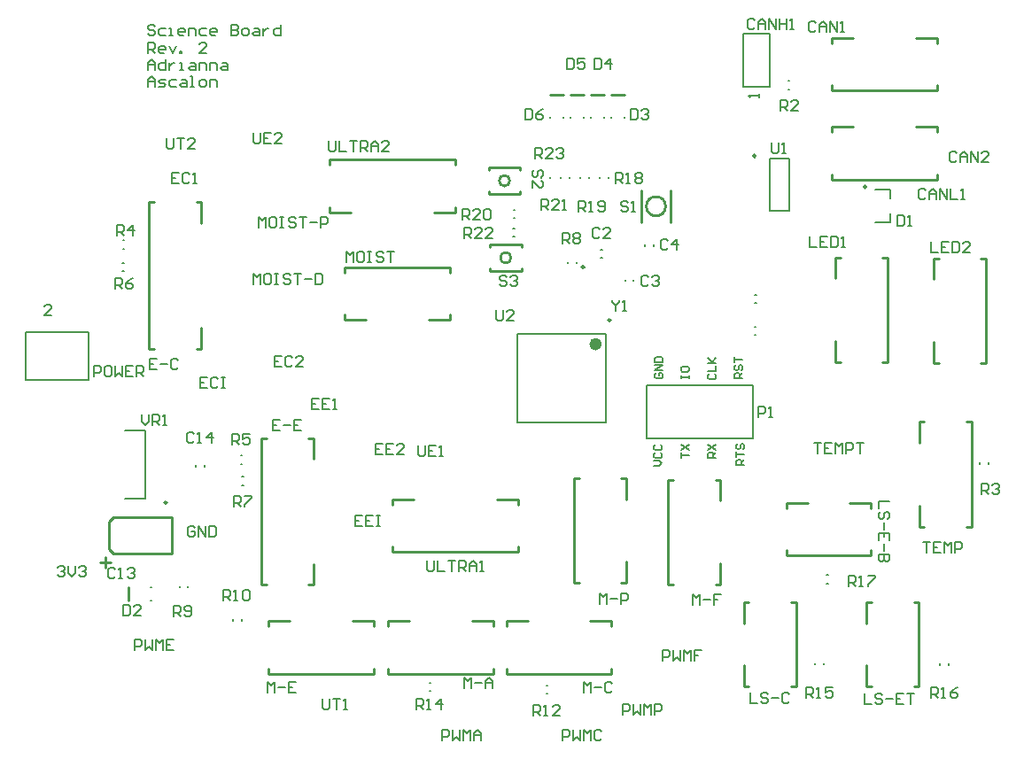
<source format=gto>
G04*
G04 #@! TF.GenerationSoftware,Altium Limited,Altium Designer,18.1.7 (191)*
G04*
G04 Layer_Color=65535*
%FSLAX25Y25*%
%MOIN*%
G70*
G01*
G75*
%ADD10C,0.00984*%
%ADD11C,0.02362*%
%ADD12C,0.01000*%
%ADD13C,0.00787*%
%ADD14C,0.00984*%
%ADD15C,0.00700*%
%ADD16C,0.00500*%
D10*
X198507Y212000D02*
G03*
X198507Y212000I-2008J0D01*
G01*
X290543Y250346D02*
G03*
X290543Y250346I-492J0D01*
G01*
X332185Y238685D02*
G03*
X332185Y238685I-492J0D01*
G01*
X198008Y241000D02*
G03*
X198008Y241000I-2008J0D01*
G01*
X68976Y119880D02*
G03*
X68976Y119880I-492J0D01*
G01*
X226052Y208475D02*
G03*
X226052Y208475I-492J0D01*
G01*
X236012Y188542D02*
G03*
X236012Y188542I-492J0D01*
G01*
D11*
X231476Y179487D02*
G03*
X231476Y179487I-1181J0D01*
G01*
D12*
X256665Y231377D02*
G03*
X256665Y231377I-3630J0D01*
G01*
X43764Y97500D02*
X47764D01*
X45689Y95500D02*
Y99500D01*
X47189Y112618D02*
X48764Y114193D01*
X47189Y102382D02*
X48764Y100807D01*
X47189Y102382D02*
Y112618D01*
X71008Y100807D02*
Y114193D01*
X48764Y100807D02*
X71008D01*
X48764Y114193D02*
X71008D01*
X190594Y216921D02*
X202406D01*
Y216094D02*
Y216921D01*
X190594Y216094D02*
Y216921D01*
X202406Y207079D02*
Y207906D01*
X190594Y207079D02*
Y207906D01*
Y207079D02*
X202406D01*
X54500Y82885D02*
Y87885D01*
X190094Y245921D02*
X201905D01*
Y245094D02*
Y245921D01*
X190094Y245094D02*
Y245921D01*
X201905Y236079D02*
Y236905D01*
X190094Y236079D02*
Y236905D01*
Y236079D02*
X201905D01*
X220903Y273332D02*
X225903D01*
X228602D02*
X233602D01*
X236301D02*
X241301D01*
X213205D02*
X218205D01*
X258547Y225373D02*
Y237381D01*
X247524Y225373D02*
Y237381D01*
D13*
X290154Y186075D02*
X290547D01*
X290154Y182925D02*
X290547D01*
X290303Y198075D02*
X290697D01*
X290303Y194925D02*
X290697D01*
X167803Y52075D02*
X168197D01*
X167803Y48925D02*
X168197D01*
X211803Y51075D02*
X212197D01*
X211803Y47925D02*
X212197D01*
X93925Y75453D02*
Y75846D01*
X97075Y75453D02*
Y75846D01*
X199303Y219925D02*
X199697D01*
X199303Y223075D02*
X199697D01*
X96803Y137575D02*
X97197D01*
X96803Y134425D02*
X97197D01*
X97303Y129575D02*
X97697D01*
X97303Y126425D02*
X97697D01*
X52303Y206925D02*
X52697D01*
X52303Y210075D02*
X52697D01*
X52453Y215425D02*
X52846D01*
X52453Y218575D02*
X52846D01*
X295957Y229658D02*
X303043D01*
X295957Y249342D02*
X303043D01*
Y229658D02*
Y249342D01*
X295957Y229658D02*
Y249342D01*
X62799Y82924D02*
X63201D01*
X62799Y87845D02*
X63201D01*
X302803Y275425D02*
X303197D01*
X302803Y278575D02*
X303197D01*
X341043Y225398D02*
Y228646D01*
X335532Y225398D02*
X341043D01*
Y234354D02*
Y237602D01*
X335532D02*
X341043D01*
X39374Y166142D02*
Y183858D01*
X15752Y166142D02*
X39374D01*
X15752D02*
Y183858D01*
X39374D01*
X359925Y58803D02*
Y59197D01*
X363075Y58803D02*
Y59197D01*
X316075Y58953D02*
Y59346D01*
X312925Y58953D02*
Y59346D01*
X374925Y134453D02*
Y134846D01*
X378075Y134453D02*
Y134846D01*
X317303Y89425D02*
X317697D01*
X317303Y92575D02*
X317697D01*
X289394Y144119D02*
Y164119D01*
X249394D02*
X289394D01*
X249394Y144119D02*
Y164119D01*
Y144119D02*
X289394D01*
X199453Y226925D02*
X199846D01*
X199453Y230075D02*
X199846D01*
X223075Y209995D02*
Y210388D01*
X219925Y209995D02*
Y210388D01*
X241398Y203341D02*
Y203735D01*
X244547Y203341D02*
Y203735D01*
X248925Y216494D02*
Y216888D01*
X252075Y216494D02*
Y216888D01*
X225864Y264631D02*
Y265033D01*
X220943Y264631D02*
Y265033D01*
X233563Y264631D02*
Y265033D01*
X228641Y264631D02*
Y265033D01*
X241261Y264631D02*
Y265033D01*
X236340Y264631D02*
Y265033D01*
X218165Y264631D02*
Y265033D01*
X213244Y264631D02*
Y265033D01*
X224639Y242006D02*
Y242400D01*
X227789Y242006D02*
Y242400D01*
X217306Y242006D02*
Y242400D01*
X220455Y242006D02*
Y242400D01*
X231972Y242006D02*
Y242400D01*
X235122Y242006D02*
Y242400D01*
X209972Y242006D02*
Y242400D01*
X213122Y242006D02*
Y242400D01*
X296000Y276500D02*
Y296500D01*
X286000D02*
X296000D01*
X286000Y276500D02*
Y296500D01*
Y276500D02*
X296000D01*
X53024Y147065D02*
X60827D01*
Y121317D02*
Y147065D01*
X53024Y121317D02*
X60827D01*
X232303Y215117D02*
X232697D01*
X232303Y211967D02*
X232697D01*
X200768Y183423D02*
X234232D01*
X200768Y149959D02*
X234232D01*
Y183423D01*
X200768Y149959D02*
Y183423D01*
X76981Y88042D02*
Y88436D01*
X73831Y88042D02*
Y88436D01*
X79925Y133494D02*
Y133888D01*
X83075Y133494D02*
Y133888D01*
D14*
X357516Y172441D02*
Y180315D01*
Y172441D02*
X359484D01*
X375232D02*
X377201D01*
Y211811D01*
X375232D02*
X377201D01*
X357516D02*
X359484D01*
X357516Y203937D02*
Y211811D01*
X320516Y204185D02*
Y212059D01*
X322484D01*
X338232D02*
X340201D01*
Y172689D02*
Y212059D01*
X338232Y172689D02*
X340201D01*
X320516D02*
X322484D01*
X320516D02*
Y180563D01*
X124185Y88941D02*
Y96815D01*
X122217Y88941D02*
X124185D01*
X104500D02*
X106469D01*
X104500D02*
Y144059D01*
X106469D01*
X122217D02*
X124185D01*
Y136185D02*
Y144059D01*
X183811Y75185D02*
X191685D01*
Y73217D02*
Y75185D01*
Y55500D02*
Y57469D01*
X152315Y55500D02*
X191685D01*
X152315D02*
Y57469D01*
Y73217D02*
Y75185D01*
X160189D01*
X135992Y188658D02*
X143866D01*
X135992D02*
Y190626D01*
Y206374D02*
Y208343D01*
X175362D01*
Y206374D02*
Y208343D01*
Y188658D02*
Y190626D01*
X167488Y188658D02*
X175362D01*
X130138Y229158D02*
X138012D01*
X130138D02*
Y231126D01*
Y246874D02*
Y248843D01*
X177382D01*
Y246874D02*
Y248843D01*
Y229158D02*
Y231126D01*
X169508Y229158D02*
X177382D01*
X196815Y75185D02*
X204689D01*
X196815Y73217D02*
Y75185D01*
Y55500D02*
Y57469D01*
Y55500D02*
X236185D01*
Y57469D01*
Y73217D02*
Y75185D01*
X228311D02*
X236185D01*
X350811Y261185D02*
X358685D01*
Y259217D02*
Y261185D01*
Y241500D02*
Y243469D01*
X319315Y241500D02*
X358685D01*
X319315D02*
Y243469D01*
Y259217D02*
Y261185D01*
X327189D01*
X107315Y75185D02*
X115189D01*
X107315Y73217D02*
Y75185D01*
Y55500D02*
Y57469D01*
Y55500D02*
X146685D01*
Y57469D01*
Y73217D02*
Y75185D01*
X138811D02*
X146685D01*
X81984Y177815D02*
Y185689D01*
X80016Y177815D02*
X81984D01*
X62299D02*
X64268D01*
X62299D02*
Y232933D01*
X64268D01*
X80016D02*
X81984D01*
Y225059D02*
Y232933D01*
X277342Y120634D02*
Y128508D01*
X275374D02*
X277342D01*
X257657D02*
X259626D01*
X257657Y89138D02*
Y128508D01*
Y89138D02*
X259626D01*
X275374D02*
X277342D01*
Y97012D01*
X352016Y110815D02*
Y118689D01*
Y110815D02*
X353984D01*
X369732D02*
X371701D01*
Y150185D01*
X369732D02*
X371701D01*
X352016D02*
X353984D01*
X352016Y142311D02*
Y150185D01*
X286016Y50689D02*
Y58563D01*
Y50689D02*
X287984D01*
X286016Y74311D02*
Y82185D01*
X287984D01*
X303732D02*
X305701D01*
X303732Y50689D02*
X305701D01*
Y82185D01*
X302252Y119685D02*
X310126D01*
X302252Y117717D02*
Y119685D01*
X325874D02*
X333748D01*
Y117717D02*
Y119685D01*
Y100000D02*
Y101969D01*
X302252Y100000D02*
Y101969D01*
Y100000D02*
X333748D01*
X332315Y50689D02*
Y58563D01*
Y50689D02*
X334283D01*
X332315Y74311D02*
Y82185D01*
X334283D01*
X350031D02*
X352000D01*
X350031Y50689D02*
X352000D01*
Y82185D01*
X241953Y89638D02*
Y97512D01*
X239985Y89638D02*
X241953D01*
X222268D02*
X224237D01*
X222268D02*
Y129008D01*
X224237D01*
X239985D02*
X241953D01*
Y121134D02*
Y129008D01*
X193185Y120984D02*
X201059D01*
Y119016D02*
Y120984D01*
Y101299D02*
Y103268D01*
X153815Y101299D02*
X201059D01*
X153815D02*
Y103268D01*
Y119016D02*
Y120984D01*
X161689D01*
X350811Y294685D02*
X358685D01*
Y292717D02*
Y294685D01*
Y275000D02*
Y276969D01*
X319315Y275000D02*
X358685D01*
X319315D02*
Y276969D01*
Y292717D02*
Y294685D01*
X327189D01*
D15*
X64366Y298968D02*
X63699Y299634D01*
X62366D01*
X61700Y298968D01*
Y298301D01*
X62366Y297635D01*
X63699D01*
X64366Y296968D01*
Y296302D01*
X63699Y295635D01*
X62366D01*
X61700Y296302D01*
X68365Y298301D02*
X66365D01*
X65699Y297635D01*
Y296302D01*
X66365Y295635D01*
X68365D01*
X69697D02*
X71030D01*
X70364D01*
Y298301D01*
X69697D01*
X75029Y295635D02*
X73696D01*
X73030Y296302D01*
Y297635D01*
X73696Y298301D01*
X75029D01*
X75696Y297635D01*
Y296968D01*
X73030D01*
X77028Y295635D02*
Y298301D01*
X79028D01*
X79694Y297635D01*
Y295635D01*
X83693Y298301D02*
X81694D01*
X81027Y297635D01*
Y296302D01*
X81694Y295635D01*
X83693D01*
X87025D02*
X85692D01*
X85026Y296302D01*
Y297635D01*
X85692Y298301D01*
X87025D01*
X87692Y297635D01*
Y296968D01*
X85026D01*
X93023Y299634D02*
Y295635D01*
X95023D01*
X95689Y296302D01*
Y296968D01*
X95023Y297635D01*
X93023D01*
X95023D01*
X95689Y298301D01*
Y298968D01*
X95023Y299634D01*
X93023D01*
X97688Y295635D02*
X99021D01*
X99688Y296302D01*
Y297635D01*
X99021Y298301D01*
X97688D01*
X97022Y297635D01*
Y296302D01*
X97688Y295635D01*
X101687Y298301D02*
X103020D01*
X103686Y297635D01*
Y295635D01*
X101687D01*
X101021Y296302D01*
X101687Y296968D01*
X103686D01*
X105019Y298301D02*
Y295635D01*
Y296968D01*
X105686Y297635D01*
X106352Y298301D01*
X107019D01*
X111684Y299634D02*
Y295635D01*
X109685D01*
X109018Y296302D01*
Y297635D01*
X109685Y298301D01*
X111684D01*
X61700Y289157D02*
Y293156D01*
X63699D01*
X64366Y292489D01*
Y291156D01*
X63699Y290490D01*
X61700D01*
X63033D02*
X64366Y289157D01*
X67698D02*
X66365D01*
X65699Y289823D01*
Y291156D01*
X66365Y291823D01*
X67698D01*
X68365Y291156D01*
Y290490D01*
X65699D01*
X69697Y291823D02*
X71030Y289157D01*
X72363Y291823D01*
X73696Y289157D02*
Y289823D01*
X74363D01*
Y289157D01*
X73696D01*
X83693D02*
X81027D01*
X83693Y291823D01*
Y292489D01*
X83026Y293156D01*
X81694D01*
X81027Y292489D01*
X61700Y282679D02*
Y285344D01*
X63033Y286677D01*
X64366Y285344D01*
Y282679D01*
Y284678D01*
X61700D01*
X68365Y286677D02*
Y282679D01*
X66365D01*
X65699Y283345D01*
Y284678D01*
X66365Y285344D01*
X68365D01*
X69697D02*
Y282679D01*
Y284011D01*
X70364Y284678D01*
X71030Y285344D01*
X71697D01*
X73696Y282679D02*
X75029D01*
X74363D01*
Y285344D01*
X73696D01*
X77695D02*
X79028D01*
X79694Y284678D01*
Y282679D01*
X77695D01*
X77028Y283345D01*
X77695Y284011D01*
X79694D01*
X81027Y282679D02*
Y285344D01*
X83026D01*
X83693Y284678D01*
Y282679D01*
X85026D02*
Y285344D01*
X87025D01*
X87692Y284678D01*
Y282679D01*
X89691Y285344D02*
X91024D01*
X91690Y284678D01*
Y282679D01*
X89691D01*
X89025Y283345D01*
X89691Y284011D01*
X91690D01*
X61700Y276200D02*
Y278866D01*
X63033Y280199D01*
X64366Y278866D01*
Y276200D01*
Y278199D01*
X61700D01*
X65699Y276200D02*
X67698D01*
X68365Y276866D01*
X67698Y277533D01*
X66365D01*
X65699Y278199D01*
X66365Y278866D01*
X68365D01*
X72363D02*
X70364D01*
X69697Y278199D01*
Y276866D01*
X70364Y276200D01*
X72363D01*
X74363Y278866D02*
X75696D01*
X76362Y278199D01*
Y276200D01*
X74363D01*
X73696Y276866D01*
X74363Y277533D01*
X76362D01*
X77695Y276200D02*
X79028D01*
X78361D01*
Y280199D01*
X77695D01*
X81694Y276200D02*
X83026D01*
X83693Y276866D01*
Y278199D01*
X83026Y278866D01*
X81694D01*
X81027Y278199D01*
Y276866D01*
X81694Y276200D01*
X85026D02*
Y278866D01*
X87025D01*
X87692Y278199D01*
Y276200D01*
X356500Y218125D02*
Y214126D01*
X359166D01*
X363164Y218125D02*
X360499D01*
Y214126D01*
X363164D01*
X360499Y216125D02*
X361832D01*
X364497Y218125D02*
Y214126D01*
X366497D01*
X367163Y214792D01*
Y217458D01*
X366497Y218125D01*
X364497D01*
X371162Y214126D02*
X368496D01*
X371162Y216792D01*
Y217458D01*
X370496Y218125D01*
X369163D01*
X368496Y217458D01*
X311001Y219973D02*
Y215974D01*
X313667D01*
X317666Y219973D02*
X315000D01*
Y215974D01*
X317666D01*
X315000Y217973D02*
X316333D01*
X318998Y219973D02*
Y215974D01*
X320998D01*
X321664Y216640D01*
Y219306D01*
X320998Y219973D01*
X318998D01*
X322997Y215974D02*
X324330D01*
X323664D01*
Y219973D01*
X322997Y219306D01*
X49666Y94832D02*
X48999Y95499D01*
X47666D01*
X47000Y94832D01*
Y92166D01*
X47666Y91500D01*
X48999D01*
X49666Y92166D01*
X50999Y91500D02*
X52332D01*
X51665D01*
Y95499D01*
X50999Y94832D01*
X54331D02*
X54997Y95499D01*
X56330D01*
X56997Y94832D01*
Y94166D01*
X56330Y93499D01*
X55664D01*
X56330D01*
X56997Y92833D01*
Y92166D01*
X56330Y91500D01*
X54997D01*
X54331Y92166D01*
X196973Y204832D02*
X196307Y205499D01*
X194974D01*
X194307Y204832D01*
Y204166D01*
X194974Y203499D01*
X196307D01*
X196973Y202833D01*
Y202167D01*
X196307Y201500D01*
X194974D01*
X194307Y202167D01*
X198306Y204832D02*
X198972Y205499D01*
X200305D01*
X200972Y204832D01*
Y204166D01*
X200305Y203499D01*
X199639D01*
X200305D01*
X200972Y202833D01*
Y202167D01*
X200305Y201500D01*
X198972D01*
X198306Y202167D01*
X25366Y190200D02*
X22700D01*
X25366Y192866D01*
Y193532D01*
X24699Y194199D01*
X23367D01*
X22700Y193532D01*
X69000Y256999D02*
Y253666D01*
X69666Y253000D01*
X70999D01*
X71666Y253666D01*
Y256999D01*
X72999D02*
X75665D01*
X74332D01*
Y253000D01*
X79663D02*
X76997D01*
X79663Y255666D01*
Y256332D01*
X78997Y256999D01*
X77664D01*
X76997Y256332D01*
X129700Y255999D02*
Y252666D01*
X130367Y252000D01*
X131699D01*
X132366Y252666D01*
Y255999D01*
X133699D02*
Y252000D01*
X136364D01*
X137697Y255999D02*
X140363D01*
X139030D01*
Y252000D01*
X141696D02*
Y255999D01*
X143695D01*
X144362Y255332D01*
Y253999D01*
X143695Y253333D01*
X141696D01*
X143029D02*
X144362Y252000D01*
X145695D02*
Y254666D01*
X147028Y255999D01*
X148361Y254666D01*
Y252000D01*
Y253999D01*
X145695D01*
X152359Y252000D02*
X149694D01*
X152359Y254666D01*
Y255332D01*
X151693Y255999D01*
X150360D01*
X149694Y255332D01*
X101500Y258999D02*
Y255666D01*
X102166Y255000D01*
X103499D01*
X104166Y255666D01*
Y258999D01*
X108165D02*
X105499D01*
Y255000D01*
X108165D01*
X105499Y256999D02*
X106832D01*
X112163Y255000D02*
X109497D01*
X112163Y257666D01*
Y258332D01*
X111497Y258999D01*
X110164D01*
X109497Y258332D01*
X240500Y40000D02*
Y43999D01*
X242499D01*
X243166Y43332D01*
Y41999D01*
X242499Y41333D01*
X240500D01*
X244499Y43999D02*
Y40000D01*
X245832Y41333D01*
X247165Y40000D01*
Y43999D01*
X248497Y40000D02*
Y43999D01*
X249830Y42666D01*
X251163Y43999D01*
Y40000D01*
X252496D02*
Y43999D01*
X254496D01*
X255162Y43332D01*
Y41999D01*
X254496Y41333D01*
X252496D01*
X255500Y60500D02*
Y64499D01*
X257499D01*
X258166Y63832D01*
Y62499D01*
X257499Y61833D01*
X255500D01*
X259499Y64499D02*
Y60500D01*
X260832Y61833D01*
X262164Y60500D01*
Y64499D01*
X263497Y60500D02*
Y64499D01*
X264830Y63166D01*
X266163Y64499D01*
Y60500D01*
X270162Y64499D02*
X267496D01*
Y62499D01*
X268829D01*
X267496D01*
Y60500D01*
X57000Y64500D02*
Y68499D01*
X58999D01*
X59666Y67832D01*
Y66499D01*
X58999Y65833D01*
X57000D01*
X60999Y68499D02*
Y64500D01*
X62332Y65833D01*
X63665Y64500D01*
Y68499D01*
X64997Y64500D02*
Y68499D01*
X66330Y67166D01*
X67663Y68499D01*
Y64500D01*
X71662Y68499D02*
X68996D01*
Y64500D01*
X71662D01*
X68996Y66499D02*
X70329D01*
X218000Y30500D02*
Y34499D01*
X219999D01*
X220666Y33832D01*
Y32499D01*
X219999Y31833D01*
X218000D01*
X221999Y34499D02*
Y30500D01*
X223332Y31833D01*
X224664Y30500D01*
Y34499D01*
X225997Y30500D02*
Y34499D01*
X227330Y33166D01*
X228663Y34499D01*
Y30500D01*
X232662Y33832D02*
X231996Y34499D01*
X230663D01*
X229996Y33832D01*
Y31166D01*
X230663Y30500D01*
X231996D01*
X232662Y31166D01*
X172500Y30500D02*
Y34499D01*
X174499D01*
X175166Y33832D01*
Y32499D01*
X174499Y31833D01*
X172500D01*
X176499Y34499D02*
Y30500D01*
X177832Y31833D01*
X179165Y30500D01*
Y34499D01*
X180497Y30500D02*
Y34499D01*
X181830Y33166D01*
X183163Y34499D01*
Y30500D01*
X184496D02*
Y33166D01*
X185829Y34499D01*
X187162Y33166D01*
Y30500D01*
Y32499D01*
X184496D01*
X366166Y251332D02*
X365499Y251999D01*
X364166D01*
X363500Y251332D01*
Y248666D01*
X364166Y248000D01*
X365499D01*
X366166Y248666D01*
X367499Y248000D02*
Y250666D01*
X368832Y251999D01*
X370164Y250666D01*
Y248000D01*
Y249999D01*
X367499D01*
X371497Y248000D02*
Y251999D01*
X374163Y248000D01*
Y251999D01*
X378162Y248000D02*
X375496D01*
X378162Y250666D01*
Y251332D01*
X377496Y251999D01*
X376163D01*
X375496Y251332D01*
X353525Y104954D02*
X356190D01*
X354857D01*
Y100955D01*
X360189Y104954D02*
X357523D01*
Y100955D01*
X360189D01*
X357523Y102954D02*
X358856D01*
X361522Y100955D02*
Y104954D01*
X362855Y103621D01*
X364188Y104954D01*
Y100955D01*
X365521D02*
Y104954D01*
X367520D01*
X368187Y104287D01*
Y102954D01*
X367520Y102288D01*
X365521D01*
X111666Y150999D02*
X109000D01*
Y147000D01*
X111666D01*
X109000Y148999D02*
X110333D01*
X112999D02*
X115665D01*
X119663Y150999D02*
X116997D01*
Y147000D01*
X119663D01*
X116997Y148999D02*
X118330D01*
X312500Y142499D02*
X315166D01*
X313833D01*
Y138500D01*
X319164Y142499D02*
X316499D01*
Y138500D01*
X319164D01*
X316499Y140499D02*
X317832D01*
X320497Y138500D02*
Y142499D01*
X321830Y141166D01*
X323163Y142499D01*
Y138500D01*
X324496D02*
Y142499D01*
X326496D01*
X327162Y141832D01*
Y140499D01*
X326496Y139833D01*
X324496D01*
X328495Y142499D02*
X331161D01*
X329828D01*
Y138500D01*
X267000Y81300D02*
Y85299D01*
X268333Y83966D01*
X269666Y85299D01*
Y81300D01*
X270999Y83299D02*
X273664D01*
X277663Y85299D02*
X274997D01*
Y83299D01*
X276330D01*
X274997D01*
Y81300D01*
X231700Y81800D02*
Y85799D01*
X233033Y84466D01*
X234366Y85799D01*
Y81800D01*
X235699Y83799D02*
X238365D01*
X239697Y81800D02*
Y85799D01*
X241697D01*
X242363Y85132D01*
Y83799D01*
X241697Y83133D01*
X239697D01*
X209832Y242334D02*
X210499Y243001D01*
Y244334D01*
X209832Y245000D01*
X209166D01*
X208499Y244334D01*
Y243001D01*
X207833Y242334D01*
X207166D01*
X206500Y243001D01*
Y244334D01*
X207166Y245000D01*
X206500Y238335D02*
Y241001D01*
X209166Y238335D01*
X209832D01*
X210499Y239002D01*
Y240335D01*
X209832Y241001D01*
X207500Y249500D02*
Y253499D01*
X209499D01*
X210166Y252832D01*
Y251499D01*
X209499Y250833D01*
X207500D01*
X208833D02*
X210166Y249500D01*
X214164D02*
X211499D01*
X214164Y252166D01*
Y252832D01*
X213498Y253499D01*
X212165D01*
X211499Y252832D01*
X215497D02*
X216164Y253499D01*
X217497D01*
X218163Y252832D01*
Y252166D01*
X217497Y251499D01*
X216830D01*
X217497D01*
X218163Y250833D01*
Y250166D01*
X217497Y249500D01*
X216164D01*
X215497Y250166D01*
X210000Y230000D02*
Y233999D01*
X211999D01*
X212666Y233332D01*
Y231999D01*
X211999Y231333D01*
X210000D01*
X211333D02*
X212666Y230000D01*
X216665D02*
X213999D01*
X216665Y232666D01*
Y233332D01*
X215998Y233999D01*
X214665D01*
X213999Y233332D01*
X217997Y230000D02*
X219330D01*
X218664D01*
Y233999D01*
X217997Y233332D01*
X224000Y229500D02*
Y233499D01*
X225999D01*
X226666Y232832D01*
Y231499D01*
X225999Y230833D01*
X224000D01*
X225333D02*
X226666Y229500D01*
X227999D02*
X229332D01*
X228665D01*
Y233499D01*
X227999Y232832D01*
X231331Y230166D02*
X231997Y229500D01*
X233330D01*
X233997Y230166D01*
Y232832D01*
X233330Y233499D01*
X231997D01*
X231331Y232832D01*
Y232166D01*
X231997Y231499D01*
X233997D01*
X238000Y240000D02*
Y243999D01*
X239999D01*
X240666Y243332D01*
Y241999D01*
X239999Y241333D01*
X238000D01*
X239333D02*
X240666Y240000D01*
X241999D02*
X243332D01*
X242665D01*
Y243999D01*
X241999Y243332D01*
X245331D02*
X245997Y243999D01*
X247330D01*
X247997Y243332D01*
Y242666D01*
X247330Y241999D01*
X247997Y241333D01*
Y240666D01*
X247330Y240000D01*
X245997D01*
X245331Y240666D01*
Y241333D01*
X245997Y241999D01*
X245331Y242666D01*
Y243332D01*
X245997Y241999D02*
X247330D01*
X204000Y267999D02*
Y264000D01*
X205999D01*
X206666Y264666D01*
Y267332D01*
X205999Y267999D01*
X204000D01*
X210665D02*
X209332Y267332D01*
X207999Y265999D01*
Y264666D01*
X208665Y264000D01*
X209998D01*
X210665Y264666D01*
Y265333D01*
X209998Y265999D01*
X207999D01*
X163500Y141499D02*
Y138166D01*
X164166Y137500D01*
X165499D01*
X166166Y138166D01*
Y141499D01*
X170165D02*
X167499D01*
Y137500D01*
X170165D01*
X167499Y139499D02*
X168832D01*
X171497Y137500D02*
X172830D01*
X172164D01*
Y141499D01*
X171497Y140832D01*
X127500Y45999D02*
Y42666D01*
X128166Y42000D01*
X129499D01*
X130166Y42666D01*
Y45999D01*
X131499D02*
X134165D01*
X132832D01*
Y42000D01*
X135497D02*
X136830D01*
X136164D01*
Y45999D01*
X135497Y45332D01*
X101500Y202000D02*
Y205999D01*
X102833Y204666D01*
X104166Y205999D01*
Y202000D01*
X107498Y205999D02*
X106165D01*
X105499Y205332D01*
Y202666D01*
X106165Y202000D01*
X107498D01*
X108165Y202666D01*
Y205332D01*
X107498Y205999D01*
X109497D02*
X110830D01*
X110164D01*
Y202000D01*
X109497D01*
X110830D01*
X115496Y205332D02*
X114829Y205999D01*
X113496D01*
X112830Y205332D01*
Y204666D01*
X113496Y203999D01*
X114829D01*
X115496Y203333D01*
Y202666D01*
X114829Y202000D01*
X113496D01*
X112830Y202666D01*
X116828Y205999D02*
X119494D01*
X118161D01*
Y202000D01*
X120827Y203999D02*
X123493D01*
X124826Y205999D02*
Y202000D01*
X126825D01*
X127492Y202666D01*
Y205332D01*
X126825Y205999D01*
X124826D01*
X103400Y223500D02*
Y227499D01*
X104733Y226166D01*
X106066Y227499D01*
Y223500D01*
X109398Y227499D02*
X108065D01*
X107399Y226832D01*
Y224166D01*
X108065Y223500D01*
X109398D01*
X110064Y224166D01*
Y226832D01*
X109398Y227499D01*
X111397D02*
X112730D01*
X112064D01*
Y223500D01*
X111397D01*
X112730D01*
X117395Y226832D02*
X116729Y227499D01*
X115396D01*
X114730Y226832D01*
Y226166D01*
X115396Y225499D01*
X116729D01*
X117395Y224833D01*
Y224166D01*
X116729Y223500D01*
X115396D01*
X114730Y224166D01*
X118728Y227499D02*
X121394D01*
X120061D01*
Y223500D01*
X122727Y225499D02*
X125393D01*
X126726Y223500D02*
Y227499D01*
X128725D01*
X129392Y226832D01*
Y225499D01*
X128725Y224833D01*
X126726D01*
X142666Y114999D02*
X140000D01*
Y111000D01*
X142666D01*
X140000Y112999D02*
X141333D01*
X146665Y114999D02*
X143999D01*
Y111000D01*
X146665D01*
X143999Y112999D02*
X145332D01*
X147997Y114999D02*
X149330D01*
X148664D01*
Y111000D01*
X147997D01*
X149330D01*
X150166Y141999D02*
X147500D01*
Y138000D01*
X150166D01*
X147500Y139999D02*
X148833D01*
X154165Y141999D02*
X151499D01*
Y138000D01*
X154165D01*
X151499Y139999D02*
X152832D01*
X158163Y138000D02*
X155497D01*
X158163Y140666D01*
Y141332D01*
X157497Y141999D01*
X156164D01*
X155497Y141332D01*
X126166Y158999D02*
X123500D01*
Y155000D01*
X126166D01*
X123500Y156999D02*
X124833D01*
X130165Y158999D02*
X127499D01*
Y155000D01*
X130165D01*
X127499Y156999D02*
X128832D01*
X131497Y155000D02*
X132830D01*
X132164D01*
Y158999D01*
X131497Y158332D01*
X84166Y166999D02*
X81500D01*
Y163000D01*
X84166D01*
X81500Y164999D02*
X82833D01*
X88165Y166332D02*
X87498Y166999D01*
X86165D01*
X85499Y166332D01*
Y163666D01*
X86165Y163000D01*
X87498D01*
X88165Y163666D01*
X89497Y166999D02*
X90830D01*
X90164D01*
Y163000D01*
X89497D01*
X90830D01*
X112166Y174999D02*
X109500D01*
Y171000D01*
X112166D01*
X109500Y172999D02*
X110833D01*
X116165Y174332D02*
X115498Y174999D01*
X114165D01*
X113499Y174332D01*
Y171667D01*
X114165Y171000D01*
X115498D01*
X116165Y171667D01*
X120163Y171000D02*
X117497D01*
X120163Y173666D01*
Y174332D01*
X119497Y174999D01*
X118164D01*
X117497Y174332D01*
X73666Y243999D02*
X71000D01*
Y240000D01*
X73666D01*
X71000Y241999D02*
X72333D01*
X77665Y243332D02*
X76998Y243999D01*
X75665D01*
X74999Y243332D01*
Y240666D01*
X75665Y240000D01*
X76998D01*
X77665Y240666D01*
X78997Y240000D02*
X80330D01*
X79664D01*
Y243999D01*
X78997Y243332D01*
X236500Y195999D02*
Y195332D01*
X237833Y193999D01*
X239166Y195332D01*
Y195999D01*
X237833Y193999D02*
Y192000D01*
X240499D02*
X241832D01*
X241165D01*
Y195999D01*
X240499Y195332D01*
X59500Y152999D02*
Y150333D01*
X60833Y149000D01*
X62166Y150333D01*
Y152999D01*
X63499Y149000D02*
Y152999D01*
X65498D01*
X66164Y152332D01*
Y150999D01*
X65498Y150333D01*
X63499D01*
X64832D02*
X66164Y149000D01*
X67497D02*
X68830D01*
X68164D01*
Y152999D01*
X67497Y152332D01*
X166800Y98099D02*
Y94766D01*
X167466Y94100D01*
X168799D01*
X169466Y94766D01*
Y98099D01*
X170799D02*
Y94100D01*
X173465D01*
X174797Y98099D02*
X177463D01*
X176130D01*
Y94100D01*
X178796D02*
Y98099D01*
X180796D01*
X181462Y97432D01*
Y96099D01*
X180796Y95433D01*
X178796D01*
X180129D02*
X181462Y94100D01*
X182795D02*
Y96766D01*
X184128Y98099D01*
X185461Y96766D01*
Y94100D01*
Y96099D01*
X182795D01*
X186794Y94100D02*
X188126D01*
X187460D01*
Y98099D01*
X186794Y97432D01*
X193000Y192499D02*
Y189166D01*
X193667Y188500D01*
X194999D01*
X195666Y189166D01*
Y192499D01*
X199664Y188500D02*
X196999D01*
X199664Y191166D01*
Y191832D01*
X198998Y192499D01*
X197665D01*
X196999Y191832D01*
X296526Y255499D02*
Y252167D01*
X297192Y251500D01*
X298525D01*
X299192Y252167D01*
Y255499D01*
X300525Y251500D02*
X301857D01*
X301191D01*
Y255499D01*
X300525Y254832D01*
X79666Y110332D02*
X78999Y110999D01*
X77666D01*
X77000Y110332D01*
Y107667D01*
X77666Y107000D01*
X78999D01*
X79666Y107667D01*
Y108999D01*
X78333D01*
X80999Y107000D02*
Y110999D01*
X83665Y107000D01*
Y110999D01*
X84997D02*
Y107000D01*
X86997D01*
X87663Y107667D01*
Y110332D01*
X86997Y110999D01*
X84997D01*
X28000Y95332D02*
X28666Y95999D01*
X29999D01*
X30666Y95332D01*
Y94666D01*
X29999Y93999D01*
X29333D01*
X29999D01*
X30666Y93333D01*
Y92666D01*
X29999Y92000D01*
X28666D01*
X28000Y92666D01*
X31999Y95999D02*
Y93333D01*
X33332Y92000D01*
X34664Y93333D01*
Y95999D01*
X35997Y95332D02*
X36664Y95999D01*
X37997D01*
X38663Y95332D01*
Y94666D01*
X37997Y93999D01*
X37330D01*
X37997D01*
X38663Y93333D01*
Y92666D01*
X37997Y92000D01*
X36664D01*
X35997Y92666D01*
X354666Y237332D02*
X353999Y237999D01*
X352666D01*
X352000Y237332D01*
Y234666D01*
X352666Y234000D01*
X353999D01*
X354666Y234666D01*
X355999Y234000D02*
Y236666D01*
X357332Y237999D01*
X358664Y236666D01*
Y234000D01*
Y235999D01*
X355999D01*
X359997Y234000D02*
Y237999D01*
X362663Y234000D01*
Y237999D01*
X363996D02*
Y234000D01*
X366662D01*
X367995D02*
X369328D01*
X368661D01*
Y237999D01*
X367995Y237332D01*
X290166Y301332D02*
X289499Y301999D01*
X288166D01*
X287500Y301332D01*
Y298666D01*
X288166Y298000D01*
X289499D01*
X290166Y298666D01*
X291499Y298000D02*
Y300666D01*
X292832Y301999D01*
X294164Y300666D01*
Y298000D01*
Y299999D01*
X291499D01*
X295497Y298000D02*
Y301999D01*
X298163Y298000D01*
Y301999D01*
X299496D02*
Y298000D01*
Y299999D01*
X302162D01*
Y301999D01*
Y298000D01*
X303495D02*
X304828D01*
X304161D01*
Y301999D01*
X303495Y301332D01*
X242666Y232832D02*
X241999Y233499D01*
X240666D01*
X240000Y232832D01*
Y232166D01*
X240666Y231499D01*
X241999D01*
X242666Y230833D01*
Y230166D01*
X241999Y229500D01*
X240666D01*
X240000Y230166D01*
X243999Y229500D02*
X245332D01*
X244665D01*
Y233499D01*
X243999Y232832D01*
X181000Y219500D02*
Y223499D01*
X182999D01*
X183666Y222832D01*
Y221499D01*
X182999Y220833D01*
X181000D01*
X182333D02*
X183666Y219500D01*
X187664D02*
X184999D01*
X187664Y222166D01*
Y222832D01*
X186998Y223499D01*
X185665D01*
X184999Y222832D01*
X191663Y219500D02*
X188997D01*
X191663Y222166D01*
Y222832D01*
X190997Y223499D01*
X189664D01*
X188997Y222832D01*
X180300Y226500D02*
Y230499D01*
X182299D01*
X182966Y229832D01*
Y228499D01*
X182299Y227833D01*
X180300D01*
X181633D02*
X182966Y226500D01*
X186964D02*
X184299D01*
X186964Y229166D01*
Y229832D01*
X186298Y230499D01*
X184965D01*
X184299Y229832D01*
X188297D02*
X188964Y230499D01*
X190297D01*
X190963Y229832D01*
Y227166D01*
X190297Y226500D01*
X188964D01*
X188297Y227166D01*
Y229832D01*
X325350Y88500D02*
Y92499D01*
X327350D01*
X328016Y91832D01*
Y90499D01*
X327350Y89833D01*
X325350D01*
X326683D02*
X328016Y88500D01*
X329349D02*
X330682D01*
X330015D01*
Y92499D01*
X329349Y91832D01*
X332681Y92499D02*
X335347D01*
Y91832D01*
X332681Y89166D01*
Y88500D01*
X356500Y46300D02*
Y50299D01*
X358499D01*
X359166Y49632D01*
Y48299D01*
X358499Y47633D01*
X356500D01*
X357833D02*
X359166Y46300D01*
X360499D02*
X361832D01*
X361165D01*
Y50299D01*
X360499Y49632D01*
X366497Y50299D02*
X365164Y49632D01*
X363831Y48299D01*
Y46966D01*
X364497Y46300D01*
X365830D01*
X366497Y46966D01*
Y47633D01*
X365830Y48299D01*
X363831D01*
X309500Y46400D02*
Y50399D01*
X311499D01*
X312166Y49732D01*
Y48399D01*
X311499Y47733D01*
X309500D01*
X310833D02*
X312166Y46400D01*
X313499D02*
X314832D01*
X314165D01*
Y50399D01*
X313499Y49732D01*
X319497Y50399D02*
X316831D01*
Y48399D01*
X318164Y49066D01*
X318830D01*
X319497Y48399D01*
Y47066D01*
X318830Y46400D01*
X317497D01*
X316831Y47066D01*
X90191Y83150D02*
Y87148D01*
X92191D01*
X92857Y86482D01*
Y85149D01*
X92191Y84483D01*
X90191D01*
X91524D02*
X92857Y83150D01*
X94190D02*
X95523D01*
X94857D01*
Y87148D01*
X94190Y86482D01*
X97522D02*
X98189Y87148D01*
X99522D01*
X100188Y86482D01*
Y83816D01*
X99522Y83150D01*
X98189D01*
X97522Y83816D01*
Y86482D01*
X163000Y42000D02*
Y45999D01*
X164999D01*
X165666Y45332D01*
Y43999D01*
X164999Y43333D01*
X163000D01*
X164333D02*
X165666Y42000D01*
X166999D02*
X168332D01*
X167665D01*
Y45999D01*
X166999Y45332D01*
X172330Y42000D02*
Y45999D01*
X170331Y43999D01*
X172997D01*
X207000Y39800D02*
Y43799D01*
X208999D01*
X209666Y43132D01*
Y41799D01*
X208999Y41133D01*
X207000D01*
X208333D02*
X209666Y39800D01*
X210999D02*
X212332D01*
X211665D01*
Y43799D01*
X210999Y43132D01*
X216997Y39800D02*
X214331D01*
X216997Y42466D01*
Y43132D01*
X216330Y43799D01*
X214997D01*
X214331Y43132D01*
X71500Y77000D02*
Y80999D01*
X73499D01*
X74166Y80332D01*
Y78999D01*
X73499Y78333D01*
X71500D01*
X72833D02*
X74166Y77000D01*
X75499Y77666D02*
X76165Y77000D01*
X77498D01*
X78164Y77666D01*
Y80332D01*
X77498Y80999D01*
X76165D01*
X75499Y80332D01*
Y79666D01*
X76165Y78999D01*
X78164D01*
X218000Y217500D02*
Y221499D01*
X219999D01*
X220666Y220832D01*
Y219499D01*
X219999Y218833D01*
X218000D01*
X219333D02*
X220666Y217500D01*
X221999Y220832D02*
X222665Y221499D01*
X223998D01*
X224664Y220832D01*
Y220166D01*
X223998Y219499D01*
X224664Y218833D01*
Y218166D01*
X223998Y217500D01*
X222665D01*
X221999Y218166D01*
Y218833D01*
X222665Y219499D01*
X221999Y220166D01*
Y220832D01*
X222665Y219499D02*
X223998D01*
X94200Y118300D02*
Y122299D01*
X96199D01*
X96866Y121632D01*
Y120299D01*
X96199Y119633D01*
X94200D01*
X95533D02*
X96866Y118300D01*
X98199Y122299D02*
X100865D01*
Y121632D01*
X98199Y118966D01*
Y118300D01*
X49500Y200500D02*
Y204499D01*
X51499D01*
X52166Y203832D01*
Y202499D01*
X51499Y201833D01*
X49500D01*
X50833D02*
X52166Y200500D01*
X56164Y204499D02*
X54832Y203832D01*
X53499Y202499D01*
Y201167D01*
X54165Y200500D01*
X55498D01*
X56164Y201167D01*
Y201833D01*
X55498Y202499D01*
X53499D01*
X93650Y141800D02*
Y145799D01*
X95649D01*
X96315Y145132D01*
Y143799D01*
X95649Y143133D01*
X93650D01*
X94982D02*
X96315Y141800D01*
X100314Y145799D02*
X97648D01*
Y143799D01*
X98981Y144466D01*
X99648D01*
X100314Y143799D01*
Y142466D01*
X99648Y141800D01*
X98315D01*
X97648Y142466D01*
X50150Y220500D02*
Y224499D01*
X52149D01*
X52815Y223832D01*
Y222499D01*
X52149Y221833D01*
X50150D01*
X51482D02*
X52815Y220500D01*
X56148D02*
Y224499D01*
X54148Y222499D01*
X56814D01*
X375500Y123150D02*
Y127148D01*
X377499D01*
X378166Y126482D01*
Y125149D01*
X377499Y124483D01*
X375500D01*
X376833D02*
X378166Y123150D01*
X379499Y126482D02*
X380165Y127148D01*
X381498D01*
X382165Y126482D01*
Y125815D01*
X381498Y125149D01*
X380832D01*
X381498D01*
X382165Y124483D01*
Y123816D01*
X381498Y123150D01*
X380165D01*
X379499Y123816D01*
X299700Y267300D02*
Y271299D01*
X301699D01*
X302366Y270632D01*
Y269299D01*
X301699Y268633D01*
X299700D01*
X301033D02*
X302366Y267300D01*
X306364D02*
X303699D01*
X306364Y269966D01*
Y270632D01*
X305698Y271299D01*
X304365D01*
X303699Y270632D01*
X291500Y152000D02*
Y155999D01*
X293499D01*
X294166Y155332D01*
Y153999D01*
X293499Y153333D01*
X291500D01*
X295499Y152000D02*
X296832D01*
X296165D01*
Y155999D01*
X295499Y155332D01*
X136677Y210343D02*
Y214342D01*
X138010Y213009D01*
X139343Y214342D01*
Y210343D01*
X142675Y214342D02*
X141342D01*
X140676Y213675D01*
Y211009D01*
X141342Y210343D01*
X142675D01*
X143341Y211009D01*
Y213675D01*
X142675Y214342D01*
X144674D02*
X146007D01*
X145341D01*
Y210343D01*
X144674D01*
X146007D01*
X150672Y213675D02*
X150006Y214342D01*
X148673D01*
X148007Y213675D01*
Y213009D01*
X148673Y212342D01*
X150006D01*
X150672Y211676D01*
Y211009D01*
X150006Y210343D01*
X148673D01*
X148007Y211009D01*
X152005Y214342D02*
X154671D01*
X153338D01*
Y210343D01*
X106800Y48300D02*
Y52299D01*
X108133Y50966D01*
X109466Y52299D01*
Y48300D01*
X110799Y50299D02*
X113464D01*
X117463Y52299D02*
X114797D01*
Y48300D01*
X117463D01*
X114797Y50299D02*
X116130D01*
X226000Y48300D02*
Y52299D01*
X227333Y50966D01*
X228666Y52299D01*
Y48300D01*
X229999Y50299D02*
X232664D01*
X236663Y51632D02*
X235997Y52299D01*
X234664D01*
X233997Y51632D01*
Y48967D01*
X234664Y48300D01*
X235997D01*
X236663Y48967D01*
X181000Y50000D02*
Y53999D01*
X182333Y52666D01*
X183666Y53999D01*
Y50000D01*
X184999Y51999D02*
X187664D01*
X188997Y50000D02*
Y52666D01*
X190330Y53999D01*
X191663Y52666D01*
Y50000D01*
Y51999D01*
X188997D01*
X331500Y47936D02*
Y43937D01*
X334166D01*
X338164Y47269D02*
X337498Y47936D01*
X336165D01*
X335499Y47269D01*
Y46603D01*
X336165Y45936D01*
X337498D01*
X338164Y45270D01*
Y44603D01*
X337498Y43937D01*
X336165D01*
X335499Y44603D01*
X339497Y45936D02*
X342163D01*
X346162Y47936D02*
X343496D01*
Y43937D01*
X346162D01*
X343496Y45936D02*
X344829D01*
X347495Y47936D02*
X350161D01*
X348828D01*
Y43937D01*
X340891Y120201D02*
X336892D01*
Y117535D01*
X340224Y113536D02*
X340891Y114203D01*
Y115536D01*
X340224Y116202D01*
X339558D01*
X338891Y115536D01*
Y114203D01*
X338225Y113536D01*
X337558D01*
X336892Y114203D01*
Y115536D01*
X337558Y116202D01*
X338891Y112204D02*
Y109538D01*
X340891Y105539D02*
Y108205D01*
X336892D01*
Y105539D01*
X338891Y108205D02*
Y106872D01*
Y104206D02*
Y101540D01*
X340891Y100207D02*
X336892D01*
Y98208D01*
X337558Y97542D01*
X338225D01*
X338891Y98208D01*
Y100207D01*
Y98208D01*
X339558Y97542D01*
X340224D01*
X340891Y98208D01*
Y100207D01*
X288500Y48499D02*
Y44500D01*
X291166D01*
X295164Y47832D02*
X294498Y48499D01*
X293165D01*
X292499Y47832D01*
Y47166D01*
X293165Y46499D01*
X294498D01*
X295164Y45833D01*
Y45166D01*
X294498Y44500D01*
X293165D01*
X292499Y45166D01*
X296497Y46499D02*
X299163D01*
X303162Y47832D02*
X302496Y48499D01*
X301163D01*
X300496Y47832D01*
Y45166D01*
X301163Y44500D01*
X302496D01*
X303162Y45166D01*
X41500Y167500D02*
Y171499D01*
X43499D01*
X44166Y170832D01*
Y169499D01*
X43499Y168833D01*
X41500D01*
X47498Y171499D02*
X46165D01*
X45499Y170832D01*
Y168166D01*
X46165Y167500D01*
X47498D01*
X48164Y168166D01*
Y170832D01*
X47498Y171499D01*
X49497D02*
Y167500D01*
X50830Y168833D01*
X52163Y167500D01*
Y171499D01*
X56162D02*
X53496D01*
Y167500D01*
X56162D01*
X53496Y169499D02*
X54829D01*
X57495Y167500D02*
Y171499D01*
X59494D01*
X60161Y170832D01*
Y169499D01*
X59494Y168833D01*
X57495D01*
X58828D02*
X60161Y167500D01*
X65166Y173899D02*
X62500D01*
Y169900D01*
X65166D01*
X62500Y171899D02*
X63833D01*
X66499D02*
X69165D01*
X73163Y173232D02*
X72497Y173899D01*
X71164D01*
X70497Y173232D01*
Y170566D01*
X71164Y169900D01*
X72497D01*
X73163Y170566D01*
X219500Y286999D02*
Y283000D01*
X221499D01*
X222166Y283666D01*
Y286332D01*
X221499Y286999D01*
X219500D01*
X226165D02*
X223499D01*
Y284999D01*
X224832Y285666D01*
X225498D01*
X226165Y284999D01*
Y283666D01*
X225498Y283000D01*
X224165D01*
X223499Y283666D01*
X230000Y286999D02*
Y283000D01*
X231999D01*
X232666Y283666D01*
Y286332D01*
X231999Y286999D01*
X230000D01*
X235998Y283000D02*
Y286999D01*
X233999Y284999D01*
X236665D01*
X243500Y267999D02*
Y264000D01*
X245499D01*
X246166Y264666D01*
Y267332D01*
X245499Y267999D01*
X243500D01*
X247499Y267332D02*
X248165Y267999D01*
X249498D01*
X250165Y267332D01*
Y266666D01*
X249498Y265999D01*
X248832D01*
X249498D01*
X250165Y265333D01*
Y264666D01*
X249498Y264000D01*
X248165D01*
X247499Y264666D01*
X52410Y81190D02*
Y77191D01*
X54409D01*
X55076Y77858D01*
Y80524D01*
X54409Y81190D01*
X52410D01*
X59074Y77191D02*
X56409D01*
X59074Y79857D01*
Y80524D01*
X58408Y81190D01*
X57075D01*
X56409Y80524D01*
X344000Y227999D02*
Y224000D01*
X345999D01*
X346666Y224666D01*
Y227332D01*
X345999Y227999D01*
X344000D01*
X347999Y224000D02*
X349332D01*
X348665D01*
Y227999D01*
X347999Y227332D01*
X313166Y300332D02*
X312499Y300999D01*
X311166D01*
X310500Y300332D01*
Y297666D01*
X311166Y297000D01*
X312499D01*
X313166Y297666D01*
X314499Y297000D02*
Y299666D01*
X315832Y300999D01*
X317164Y299666D01*
Y297000D01*
Y298999D01*
X314499D01*
X318497Y297000D02*
Y300999D01*
X321163Y297000D01*
Y300999D01*
X322496Y297000D02*
X323829D01*
X323163D01*
Y300999D01*
X322496Y300332D01*
X79166Y145732D02*
X78499Y146399D01*
X77166D01*
X76500Y145732D01*
Y143067D01*
X77166Y142400D01*
X78499D01*
X79166Y143067D01*
X80499Y142400D02*
X81832D01*
X81165D01*
Y146399D01*
X80499Y145732D01*
X85830Y142400D02*
Y146399D01*
X83831Y144399D01*
X86497D01*
X257666Y218332D02*
X256999Y218999D01*
X255666D01*
X255000Y218332D01*
Y215666D01*
X255666Y215000D01*
X256999D01*
X257666Y215666D01*
X260998Y215000D02*
Y218999D01*
X258999Y216999D01*
X261665D01*
X250166Y204832D02*
X249499Y205499D01*
X248166D01*
X247500Y204832D01*
Y202167D01*
X248166Y201500D01*
X249499D01*
X250166Y202167D01*
X251499Y204832D02*
X252165Y205499D01*
X253498D01*
X254165Y204832D01*
Y204166D01*
X253498Y203499D01*
X252832D01*
X253498D01*
X254165Y202833D01*
Y202167D01*
X253498Y201500D01*
X252165D01*
X251499Y202167D01*
X231866Y222632D02*
X231199Y223299D01*
X229866D01*
X229200Y222632D01*
Y219966D01*
X229866Y219300D01*
X231199D01*
X231866Y219966D01*
X235864Y219300D02*
X233199D01*
X235864Y221966D01*
Y222632D01*
X235198Y223299D01*
X233865D01*
X233199Y222632D01*
X292000Y272500D02*
Y273833D01*
Y273166D01*
X288001D01*
X288668Y272500D01*
D16*
X262419Y136709D02*
Y138709D01*
Y137709D01*
X265418D01*
X262419Y139708D02*
X265418Y141708D01*
X262419D02*
X265418Y139708D01*
X275654Y136709D02*
X272655D01*
Y138209D01*
X273155Y138709D01*
X274154D01*
X274654Y138209D01*
Y136709D01*
Y137709D02*
X275654Y138709D01*
X272655Y139708D02*
X275654Y141708D01*
X272655D02*
X275654Y139708D01*
X286284Y133847D02*
X283285D01*
Y135347D01*
X283785Y135847D01*
X284784D01*
X285284Y135347D01*
Y133847D01*
Y134847D02*
X286284Y135847D01*
X283285Y136846D02*
Y138846D01*
Y137846D01*
X286284D01*
X283785Y141845D02*
X283285Y141345D01*
Y140345D01*
X283785Y139845D01*
X284284D01*
X284784Y140345D01*
Y141345D01*
X285284Y141845D01*
X285784D01*
X286284Y141345D01*
Y140345D01*
X285784Y139845D01*
X262419Y166623D02*
Y167622D01*
Y167123D01*
X265418D01*
Y166623D01*
Y167622D01*
X262419Y170622D02*
Y169622D01*
X262918Y169122D01*
X264918D01*
X265418Y169622D01*
Y170622D01*
X264918Y171121D01*
X262918D01*
X262419Y170622D01*
X273155Y168228D02*
X272655Y167729D01*
Y166729D01*
X273155Y166229D01*
X275154D01*
X275654Y166729D01*
Y167729D01*
X275154Y168228D01*
X272655Y169228D02*
X275654D01*
Y171228D01*
X272655Y172227D02*
X275654D01*
X274654D01*
X272655Y174226D01*
X274154Y172727D01*
X275654Y174226D01*
X285575Y166623D02*
X282576D01*
Y168122D01*
X283076Y168622D01*
X284076D01*
X284576Y168122D01*
Y166623D01*
Y167622D02*
X285575Y168622D01*
X283076Y171621D02*
X282576Y171121D01*
Y170122D01*
X283076Y169622D01*
X283576D01*
X284076Y170122D01*
Y171121D01*
X284576Y171621D01*
X285075D01*
X285575Y171121D01*
Y170122D01*
X285075Y169622D01*
X282576Y172621D02*
Y174620D01*
Y173620D01*
X285575D01*
X252183Y133552D02*
X254182D01*
X255182Y134552D01*
X254182Y135551D01*
X252183D01*
X252682Y138550D02*
X252183Y138050D01*
Y137051D01*
X252682Y136551D01*
X254682D01*
X255182Y137051D01*
Y138050D01*
X254682Y138550D01*
X252682Y141549D02*
X252183Y141050D01*
Y140050D01*
X252682Y139550D01*
X254682D01*
X255182Y140050D01*
Y141050D01*
X254682Y141549D01*
X253076Y168622D02*
X252576Y168122D01*
Y167123D01*
X253076Y166623D01*
X255075D01*
X255575Y167123D01*
Y168122D01*
X255075Y168622D01*
X254076D01*
Y167622D01*
X255575Y169622D02*
X252576D01*
X255575Y171621D01*
X252576D01*
Y172621D02*
X255575D01*
Y174120D01*
X255075Y174620D01*
X253076D01*
X252576Y174120D01*
Y172621D01*
M02*

</source>
